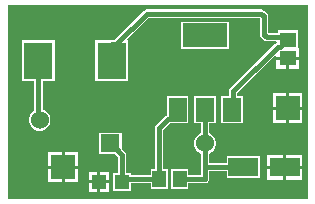
<source format=gtl>
G04*
G04 #@! TF.GenerationSoftware,Altium Limited,Altium Designer,21.0.8 (223)*
G04*
G04 Layer_Physical_Order=1*
G04 Layer_Color=255*
%FSLAX44Y44*%
%MOMM*%
G71*
G04*
G04 #@! TF.SameCoordinates,C2A7A69F-71F9-4D7C-9BA5-24E23DD16346*
G04*
G04*
G04 #@! TF.FilePolarity,Positive*
G04*
G01*
G75*
%ADD13R,1.4000X1.3000*%
%ADD14R,2.4500X3.1500*%
%ADD15R,2.5000X1.6000*%
%ADD16R,1.5000X2.0000*%
%ADD17R,3.8000X2.0000*%
%ADD18R,1.1500X1.3500*%
%ADD19R,1.2000X1.2000*%
%ADD20R,1.6000X1.5000*%
%ADD31C,0.3810*%
%ADD32R,2.0000X2.0000*%
%ADD33C,1.5240*%
G36*
X1007155Y752845D02*
X752845D01*
Y917155D01*
X1007155D01*
Y752845D01*
D02*
G37*
%LPC*%
G36*
X967768Y913492D02*
X967768Y913492D01*
X871000D01*
X871000Y913492D01*
X869664Y913226D01*
X868531Y912469D01*
X868531Y912469D01*
X843399Y887337D01*
X841345D01*
X841345Y887337D01*
X841007Y887270D01*
X827230D01*
Y852730D01*
X854770D01*
Y887270D01*
X854770D01*
X854313Y888374D01*
X872447Y906508D01*
X966322D01*
X966508Y906322D01*
Y892232D01*
X966508Y892232D01*
X966774Y890895D01*
X967531Y889762D01*
X969762Y887531D01*
X969762Y887531D01*
X970895Y886774D01*
X972232Y886508D01*
X972232Y886508D01*
X980555D01*
X980680Y885238D01*
X980245Y885151D01*
X979112Y884394D01*
X941514Y846796D01*
X940757Y845663D01*
X940491Y844327D01*
X940491Y844327D01*
Y840020D01*
X933980D01*
Y816980D01*
X952020D01*
Y840020D01*
X947475D01*
Y842880D01*
X979287Y874692D01*
X980460Y874206D01*
Y873270D01*
X990000D01*
X999540D01*
Y881040D01*
X998520D01*
Y896020D01*
X981480D01*
Y893492D01*
X973678D01*
X973492Y893678D01*
Y907768D01*
X973492Y907768D01*
X973226Y909105D01*
X972469Y910238D01*
X972469Y910238D01*
X970238Y912469D01*
X969105Y913226D01*
X967768Y913492D01*
D02*
G37*
G36*
X940520Y903020D02*
X899480D01*
Y879980D01*
X940520D01*
Y903020D01*
D02*
G37*
G36*
X999540Y870730D02*
X991270D01*
Y862960D01*
X999540D01*
Y870730D01*
D02*
G37*
G36*
X988730D02*
X980460D01*
Y862960D01*
X988730D01*
Y870730D01*
D02*
G37*
G36*
X1002540Y842540D02*
X991270D01*
Y831270D01*
X1002540D01*
Y842540D01*
D02*
G37*
G36*
X988730D02*
X977460D01*
Y831270D01*
X988730D01*
Y842540D01*
D02*
G37*
G36*
X1002540Y828730D02*
X991270D01*
Y817460D01*
X1002540D01*
Y828730D01*
D02*
G37*
G36*
X988730D02*
X977460D01*
Y817460D01*
X988730D01*
Y828730D01*
D02*
G37*
G36*
X906020Y840020D02*
X887980D01*
Y823713D01*
X887569Y823631D01*
X886436Y822874D01*
X886436Y822874D01*
X878781Y815219D01*
X878024Y814086D01*
X877758Y812750D01*
X877758Y812750D01*
Y778270D01*
X873980D01*
Y773492D01*
X857520D01*
Y775020D01*
X853492D01*
Y790000D01*
X853226Y791336D01*
X852469Y792469D01*
X852469Y792469D01*
X849520Y795419D01*
Y809020D01*
X830480D01*
Y790980D01*
X844081D01*
X846508Y788553D01*
Y775020D01*
X842480D01*
Y759980D01*
X857520D01*
Y766508D01*
X873980D01*
Y761730D01*
X888520D01*
Y778270D01*
X884742D01*
Y811303D01*
X890351Y816913D01*
X891405D01*
X891405Y816913D01*
X891742Y816980D01*
X906020D01*
Y840020D01*
D02*
G37*
G36*
X792770Y887270D02*
X765230D01*
Y852730D01*
X775508D01*
Y827960D01*
X774388Y827314D01*
X772686Y825612D01*
X771483Y823528D01*
X770860Y821203D01*
Y818797D01*
X771483Y816472D01*
X772686Y814388D01*
X774388Y812686D01*
X776472Y811483D01*
X778797Y810860D01*
X781203D01*
X783528Y811483D01*
X785612Y812686D01*
X787314Y814388D01*
X788517Y816472D01*
X789140Y818797D01*
Y821203D01*
X788517Y823528D01*
X787314Y825612D01*
X785612Y827314D01*
X783528Y828517D01*
X782492Y828795D01*
Y852730D01*
X792770D01*
Y887270D01*
D02*
G37*
G36*
X1002540Y790540D02*
X988770D01*
Y781270D01*
X1002540D01*
Y790540D01*
D02*
G37*
G36*
X986230D02*
X972460D01*
Y781270D01*
X986230D01*
Y790540D01*
D02*
G37*
G36*
X812540Y792540D02*
X801270D01*
Y781270D01*
X812540D01*
Y792540D01*
D02*
G37*
G36*
X798730D02*
X787460D01*
Y781270D01*
X798730D01*
Y792540D01*
D02*
G37*
G36*
X929020Y840020D02*
X910980D01*
Y816980D01*
X916508D01*
Y808527D01*
X916472Y808517D01*
X914388Y807314D01*
X912686Y805612D01*
X911483Y803528D01*
X910860Y801203D01*
Y798797D01*
X911483Y796472D01*
X912686Y794388D01*
X914388Y792686D01*
X916472Y791483D01*
X916508Y791473D01*
Y780000D01*
Y773492D01*
X906020D01*
Y778270D01*
X891480D01*
Y761730D01*
X906020D01*
Y766508D01*
X920000D01*
X921336Y766774D01*
X922469Y767531D01*
X923226Y768664D01*
X923492Y770000D01*
Y776508D01*
X938480D01*
Y770480D01*
X966520D01*
Y789520D01*
X938480D01*
Y783492D01*
X923492D01*
Y791473D01*
X923528Y791483D01*
X925612Y792686D01*
X927314Y794388D01*
X928517Y796472D01*
X929140Y798797D01*
Y801203D01*
X928517Y803528D01*
X927314Y805612D01*
X925612Y807314D01*
X923528Y808517D01*
X923492Y808527D01*
Y816980D01*
X929020D01*
Y840020D01*
D02*
G37*
G36*
X1002540Y778730D02*
X988770D01*
Y769460D01*
X1002540D01*
Y778730D01*
D02*
G37*
G36*
X986230D02*
X972460D01*
Y769460D01*
X986230D01*
Y778730D01*
D02*
G37*
G36*
X838540Y776040D02*
X831270D01*
Y768770D01*
X838540D01*
Y776040D01*
D02*
G37*
G36*
X828730D02*
X821460D01*
Y768770D01*
X828730D01*
Y776040D01*
D02*
G37*
G36*
X812540Y778730D02*
X801270D01*
Y767460D01*
X812540D01*
Y778730D01*
D02*
G37*
G36*
X798730D02*
X787460D01*
Y767460D01*
X798730D01*
Y778730D01*
D02*
G37*
G36*
X838540Y766230D02*
X831270D01*
Y758960D01*
X838540D01*
Y766230D01*
D02*
G37*
G36*
X828730D02*
X821460D01*
Y758960D01*
X828730D01*
Y766230D01*
D02*
G37*
%LPD*%
D13*
X990000Y872000D02*
D03*
Y888000D02*
D03*
D14*
X841000Y870000D02*
D03*
X779000D02*
D03*
D15*
X987500Y780000D02*
D03*
X952500D02*
D03*
D16*
X897000Y828500D02*
D03*
X920000D02*
D03*
X943000D02*
D03*
D17*
X920000Y891500D02*
D03*
D18*
X881250Y770000D02*
D03*
X898750D02*
D03*
D19*
X830000Y767500D02*
D03*
X850000D02*
D03*
D20*
X840000Y800000D02*
D03*
D31*
X920000D02*
Y828500D01*
Y770000D02*
Y780000D01*
X898750Y770000D02*
X920000D01*
Y780000D02*
Y800000D01*
Y780000D02*
X952500D01*
X779000Y821000D02*
X780000Y820000D01*
X779000Y821000D02*
Y870000D01*
X972232Y890000D02*
X987500D01*
X970000Y892232D02*
X972232Y890000D01*
X970000Y892232D02*
Y907768D01*
X987500Y890000D02*
X989500Y888000D01*
X967768Y910000D02*
X970000Y907768D01*
X871000Y910000D02*
X967768D01*
X844845Y883845D02*
X871000Y910000D01*
X831000Y870000D02*
Y873500D01*
X841345Y883845D01*
X844845D01*
X943983Y829483D02*
Y844327D01*
X983425Y881925D02*
X989500Y888000D01*
X981581Y881925D02*
X983425D01*
X943983Y844327D02*
X981581Y881925D01*
X943000Y828500D02*
X943983Y829483D01*
X850000Y770000D02*
X881250D01*
X850000D02*
Y790000D01*
Y767500D02*
Y770000D01*
X846095Y793905D02*
X850000Y790000D01*
X840000Y800000D02*
X840500D01*
X846095Y794405D01*
Y793905D02*
Y794405D01*
X881250Y812750D02*
X888905Y820405D01*
X881250Y770000D02*
Y812750D01*
X897000Y826000D02*
Y828500D01*
X891405Y820405D02*
X897000Y826000D01*
X888905Y820405D02*
X891405D01*
D32*
X990000Y830000D02*
D03*
X800000Y780000D02*
D03*
D33*
X780000Y820000D02*
D03*
X920000Y800000D02*
D03*
M02*

</source>
